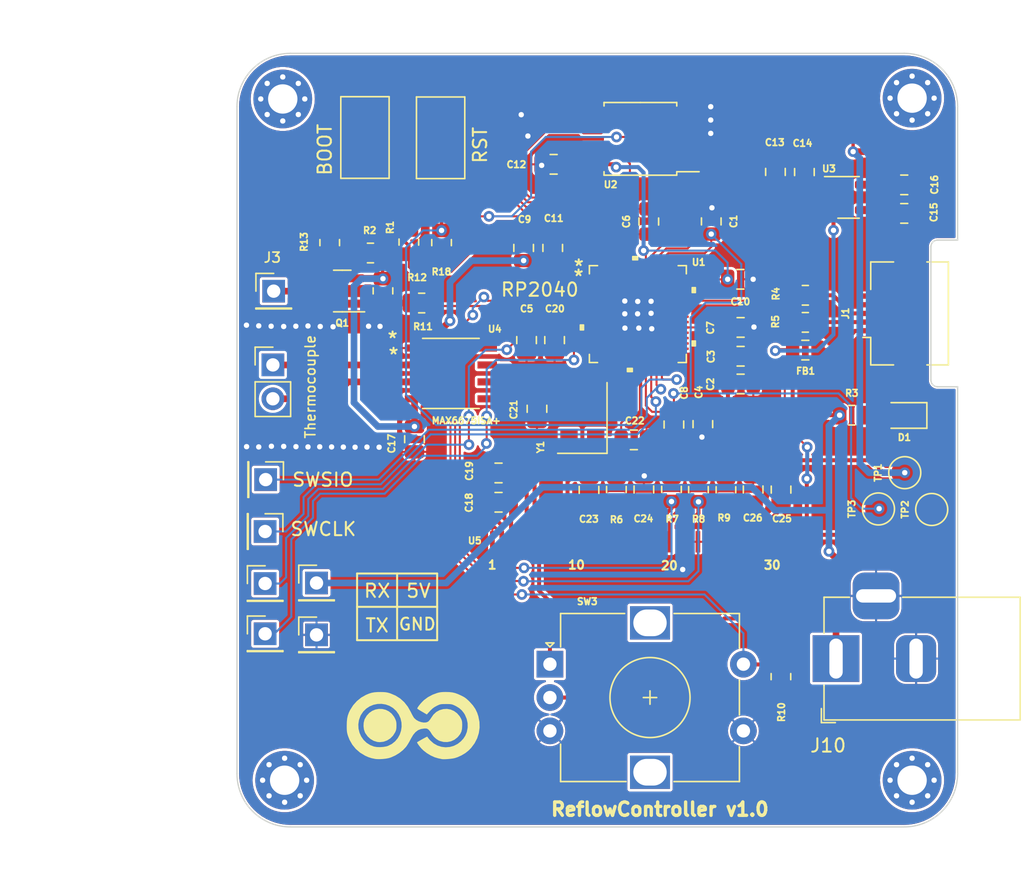
<source format=kicad_pcb>
(kicad_pcb (version 20211014) (generator pcbnew)
  (layers (0 "F.Cu" signal) (31 "B.Cu" signal) (34 "B.Paste" user) (35 "F.Paste" user) (36 "B.SilkS" user "B.Silkscreen") (37 "F.SilkS" user "F.Silkscreen") (38 "B.Mask" user) (39 "F.Mask" user) (44 "Edge.Cuts" user))
  (net 0 "")
  (net 1 "GND")
  (net 2 "1.1V")
  (net 3 "3.3V")
  (net 4 "Net-(C18-Pad1)")
  (net 5 "Net-(C18-Pad2)")
  (net 6 "Net-(C19-Pad1)")
  (net 7 "Net-(C19-Pad2)")
  (net 8 "/RP2040 Sheet/XIN")
  (net 9 "/RP2040 Sheet/XOUT")
  (net 10 "Net-(C24-Pad2)")
  (net 11 "Net-(C25-Pad2)")
  (net 12 "Net-(C26-Pad2)")
  (net 13 "Net-(D1-Pad2)")
  (net 14 "Net-(FB1-Pad1)")
  (net 15 "/USB Sheet/D-")
  (net 16 "/USB Sheet/D+")
  (net 18 "/Thermocouple Sheet/T-")
  (net 19 "/Thermocouple Sheet/T+")
  (net 20 "Net-(BOOT1-Pad2)")
  (net 21 "Net-(Q1-Pad1)")
  (net 22 "Net-(J3-Pad1)")
  (net 23 "/RP2040 Sheet/QSPI_SS")
  (net 24 "USB_D+")
  (net 25 "USB_D-")
  (net 26 "GPIO6")
  (net 27 "GPIO5")
  (net 28 "Net-(R9-Pad1)")
  (net 29 "GPIO3")
  (net 30 "GPIO4")
  (net 31 "/RP2040 Sheet/RUN")
  (net 32 "ADC0")
  (net 33 "GPIO0")
  (net 34 "GPIO1")
  (net 35 "GPIO2")
  (net 36 "GPIO7")
  (net 37 "GPIO8")
  (net 38 "GPIO9")
  (net 39 "GPIO10")
  (net 40 "GPIO11")
  (net 41 "GPIO12")
  (net 42 "GPIO13")
  (net 43 "GPIO14")
  (net 44 "GPIO15")
  (net 45 "/RP2040 Sheet/SWCLK")
  (net 46 "/RP2040 Sheet/SWDIO")
  (net 47 "GPIO16")
  (net 48 "GPIO17")
  (net 49 "GPIO18")
  (net 50 "GPIO19")
  (net 51 "GPIO20")
  (net 52 "GPIO21")
  (net 53 "GPIO22")
  (net 54 "GPIO23")
  (net 55 "GPIO24")
  (net 56 "GPIO25")
  (net 57 "ADC1")
  (net 58 "ADC2")
  (net 59 "ADC3")
  (net 60 "/RP2040 Sheet/QSPI_SD3")
  (net 61 "/RP2040 Sheet/QSPI_SCLK")
  (net 62 "/RP2040 Sheet/QSPI_SD0")
  (net 63 "/RP2040 Sheet/QSPI_SD2")
  (net 64 "/RP2040 Sheet/QSPI_SD1")
  (net 70 "5V")
  (footprint "Capacitor_SMD:C_0805_2012Metric" (layer "F.Cu") (at 145.59 92.25 180)
    (fp_text reference "FB1")
    (fp_text value "FerriteBead")
  )
  (footprint "Capacitor_SMD:C_0805_2012Metric" (layer "F.Cu") (at 137.91 97.8 90)
    (fp_text reference "C4")
    (fp_text value "100nF")
  )
  (footprint "MountingHole:MountingHole_2.2mm_M2_Pad_Via" (layer "F.Cu") (at 153.59 73.36)
    (fp_text reference "H3" hide)
    (fp_text value "HOLE-3")
  )
  (footprint "MountingHole:MountingHole_2.2mm_M2_Pad_Via" (layer "F.Cu") (at 106.57 124.5)
    (fp_text reference "H1" hide)
    (fp_text value "HOLE-1")
  )
  (footprint "Capacitor_SMD:C_0805_2012Metric" (layer "F.Cu") (at 140.74 92.71)
    (fp_text reference "C3")
    (fp_text value "100nF")
  )
  (footprint "Capacitor_SMD:C_0805_2012Metric" (layer "F.Cu") (at 126.8 91.5 90)
    (fp_text reference "C20")
    (fp_text value "100nF")
  )
  (footprint "Connector_PinHeader_2.54mm:PinHeader_1x01_P2.54mm_Vertical" (layer "F.Cu") (at 108.96 109.71)
    (fp_text reference "5V")
    (fp_text value "Conn_01x01_Male")
  )
  (footprint "footprints:RP2040" (layer "F.Cu") (at 133.04 89.55)
    (fp_text reference "U1")
    (fp_text value "RP2040")
  )
  (footprint "Capacitor_SMD:C_0805_2012Metric" (layer "F.Cu") (at 140.72 86.94 180)
    (fp_text reference "C10")
    (fp_text value "100nF")
  )
  (footprint "Capacitor_SMD:C_0805_2012Metric" (layer "F.Cu") (at 143.35 78.89 90)
    (fp_text reference "C13")
    (fp_text value "100nF")
  )
  (footprint "Package_TO_SOT_SMD:SOT-23-5" (layer "F.Cu") (at 148.83 80.8)
    (fp_text reference "U3")
    (fp_text value "TLV70233_SOT23-5")
  )
  (footprint "Resistor_SMD:R_0805_2012Metric" (layer "F.Cu") (at 116.84 88.72 180)
    (fp_text reference "R11")
    (fp_text value "1K")
  )
  (footprint "footprints:1X30-0.7MM" (layer "F.Cu") (at 132.29 106.62)
    (fp_text reference "U5")
    (fp_text value "UG-2864HSWEG01")
  )
  (footprint "Resistor_SMD:R_0805_2012Metric" (layer "F.Cu") (at 131.43 102.7 -90)
    (fp_text reference "R6")
    (fp_text value "4.7K")
  )
  (footprint "Resistor_SMD:R_0805_2012Metric" (layer "F.Cu") (at 109.95 84.19 -90)
    (fp_text reference "R13")
    (fp_text value "10K")
  )
  (footprint "Capacitor_SMD:C_0805_2012Metric" (layer "F.Cu") (at 116.3 98.93 -90)
    (fp_text reference "C17")
    (fp_text value "100nF")
  )
  (footprint "TestPoint:TestPoint_Pad_D2.0mm" (layer "F.Cu") (at 151.07 104.16 90)
    (fp_text reference "TP3")
    (fp_text value "1.1V")
  )
  (footprint "Connector_USB:USB_Micro-B_Amphenol_10104110_Horizontal" (layer "F.Cu") (at 152.15 89.5 90)
    (fp_text reference "J1")
    (fp_text value "USB_B_Micro")
  )
  (footprint "Package_SO:SOIC-8_5.23x5.23mm_P1.27mm" (layer "F.Cu") (at 133.23 76.41 180)
    (fp_text reference "U2")
    (fp_text value "W25Q128JVS")
  )
  (footprint "TestPoint:TestPoint_Pad_D2.0mm" (layer "F.Cu") (at 153.04 101.44 90)
    (fp_text reference "TP1")
    (fp_text value "3.3V")
  )
  (footprint "LED_SMD:LED_0805_2012Metric" (layer "F.Cu") (at 153.0125 97.15 180)
    (fp_text reference "D1")
    (fp_text value "LED")
  )
  (footprint "Button_Switch_SMD:SW_SPST_FSMSM" (layer "F.Cu") (at 118.26 76.33 -90)
    (fp_text reference "RST")
    (fp_text value "SW_Push")
  )
  (footprint "Capacitor_SMD:C_0805_2012Metric" (layer "F.Cu") (at 141.68 102.7 -90)
    (fp_text reference "C26")
    (fp_text value "2.2uF")
  )
  (footprint "Capacitor_SMD:C_0805_2012Metric" (layer "F.Cu") (at 122.6 101.46 180)
    (fp_text reference "C19")
    (fp_text value "1uF")
  )
  (footprint "Resistor_SMD:R_0805_2012Metric" (layer "F.Cu") (at 139.64 102.72 90)
    (fp_text reference "R9")
    (fp_text value "390K")
  )
  (footprint "Resistor_SMD:R_0805_2012Metric" (layer "F.Cu") (at 145.59 88.14 180)
    (fp_text reference "R4")
    (fp_text value "47R")
  )
  (footprint "Connector_BarrelJack:BarrelJack_Horizontal" (layer "F.Cu") (at 147.89 115.38 180)
    (fp_text reference "J10")
    (fp_text value "Barrel_Jack_Switch")
  )
  (footprint "Capacitor_SMD:C_0805_2012Metric" (layer "F.Cu") (at 153 79.86)
    (fp_text reference "C16")
    (fp_text value "100nF")
  )
  (footprint "Connector_PinHeader_2.54mm:PinHeader_1x01_P2.54mm_Vertical" (layer "F.Cu") (at 105.15 101.96 -90)
    (fp_text reference "SWSIO")
    (fp_text value "Conn_01x01_Male")
  )
  (footprint "Crystal:Crystal_SMD_5032-4Pin_5.0x3.2mm" (layer "F.Cu") (at 128.88 97.34 90)
    (fp_text reference "Y1")
    (fp_text value "12Mhz")
  )
  (footprint "Package_TO_SOT_SMD:SOT-23" (layer "F.Cu") (at 110.89 87.82 180)
    (fp_text reference "Q1")
    (fp_text value "MMBT3906")
  )
  (footprint "Capacitor_SMD:C_0805_2012Metric" (layer "F.Cu") (at 145.52 78.9 90)
    (fp_text reference "C14")
    (fp_text value "1uF")
  )
  (footprint "Connector_PinHeader_2.54mm:PinHeader_1x01_P2.54mm_Vertical" (layer "F.Cu") (at 105.11 109.75)
    (fp_text reference "RX")
    (fp_text value "Conn_01x01_Male")
  )
  (footprint "Resistor_SMD:R_0805_2012Metric" (layer "F.Cu") (at 143.76 116.7325 90)
    (fp_text reference "R10")
    (fp_text value "10K")
  )
  (footprint "MountingHole:MountingHole_2.2mm_M2_Pad_Via" (layer "F.Cu") (at 153.59 124.5)
    (fp_text reference "H2" hide)
    (fp_text value "HOLE-2")
  )
  (footprint "MountingHole:MountingHole_2.2mm_M2_Pad_Via" (layer "F.Cu") (at 106.43 73.42)
    (fp_text reference "H3" hide)
    (fp_text value "HOLE-3")
  )
  (footprint "Capacitor_SMD:C_0805_2012Metric" (layer "F.Cu") (at 125.48 96.65 90)
    (fp_text reference "C21")
    (fp_text value "22pF")
  )
  (footprint "Connector_PinHeader_2.54mm:PinHeader_1x01_P2.54mm_Vertical" (layer "F.Cu") (at 105.75 87.83)
    (fp_text reference "J3")
    (fp_text value "Conn_01x01_Male")
  )
  (footprint "Resistor_SMD:R_0805_2012Metric" (layer "F.Cu") (at 113.94 87.8075 90)
    (fp_text reference "R12")
    (fp_text value "10K")
  )
  (footprint "TestPoint:TestPoint_Pad_D2.0mm" (layer "F.Cu") (at 155.06 104.2 90)
    (fp_text reference "TP2")
    (fp_text value "GND")
  )
  (footprint "Capacitor_SMD:C_0805_2012Metric" (layer "F.Cu") (at 132.74 98.98 180)
    (fp_text reference "C22")
    (fp_text value "27pF")
  )
  (footprint "Connector_PinHeader_2.54mm:PinHeader_1x01_P2.54mm_Vertical" (layer "F.Cu") (at 108.96 113.6)
    (fp_text reference "GND")
    (fp_text value "Conn_01x01_Male")
  )
  (footprint "footprints:realsolutions_logo" (layer "F.Cu") (at 116.2 120.4)
    (fp_text reference "G***")
    (fp_text value "LOGO" hide)
  )
  (footprint "Capacitor_SMD:C_0805_2012Metric" (layer "F.Cu") (at 140.74 90.55 180)
    (fp_text reference "C7")
    (fp_text value "100nF")
  )
  (footprint "Capacitor_SMD:C_0805_2012Metric" (layer "F.Cu") (at 135.74 97.83 -90)
    (fp_text reference "C8")
    (fp_text value "100nF")
  )
  (footprint "Capacitor_SMD:C_0805_2012Metric" (layer "F.Cu") (at 133.86 82.61 90)
    (fp_text reference "C6")
    (fp_text value "100nF")
  )
  (footprint "Resistor_SMD:R_0805_2012Metric" (layer "F.Cu") (at 115.88 84.15 -90)
    (fp_text reference "R1")
    (fp_text value "1K")
  )
  (footprint "Capacitor_SMD:C_0805_2012Metric" (layer "F.Cu") (at 143.77 102.71 -90)
    (fp_text reference "C25")
    (fp_text value "2.2uF")
  )
  (footprint "Resistor_SMD:R_0805_2012Metric" (layer "F.Cu") (at 149.07 97.13)
    (fp_text reference "R3")
    (fp_text value "1K")
  )
  (footprint "Capacitor_SMD:C_0805_2012Metric" (layer "F.Cu") (at 129.38 102.73 90)
    (fp_text reference "C23")
    (fp_text value "1uF")
  )
  (footprint "Capacitor_SMD:C_0805_2012Metric" (layer "F.Cu") (at 126.73 78.32)
    (fp_text reference "C12")
    (fp_text value "100nF")
  )
  (footprint "Resistor_SMD:R_0805_2012Metric" (layer "F.Cu") (at 137.58 102.71 -90)
    (fp_text reference "R8")
    (fp_text value "4.7K")
  )
  (footprint "footprints:MAX6675ISA&plus_" (layer "F.Cu") (at 119.03 94)
    (fp_text reference "U4")
    (fp_text value "MAX6675ISA+")
  )
  (footprint "Connector_PinHeader_2.54mm:PinHeader_1x01_P2.54mm_Vertical" (layer "F.Cu") (at 105.11 105.85 -90)
    (fp_text reference "SWCLK")
    (fp_text value "Conn_01x01_Male")
  )
  (footprint "Connector_PinHeader_2.54mm:PinHeader_1x01_P2.54mm_Vertical" (layer "F.Cu") (at 105.11 113.52)
    (fp_text reference "TX")
    (fp_text value "Conn_01x01_Male")
  )
  (footprint "Connector_PinHeader_2.54mm:PinHeader_1x02_P2.54mm_Vertical" (layer "F.Cu") (at 105.69 93.36)
    (fp_text reference "Thermocouple")
    (fp_text value "Conn_01x02_Male")
  )
  (footprint "Capacitor_SMD:C_0805_2012Metric" (layer "F.Cu") (at 140.74 94.79 180)
    (fp_text reference "C2")
    (fp_text value "100nF")
  )
  (footprint "Capacitor_SMD:C_0805_2012Metric" (layer "F.Cu") (at 153 82)
    (fp_text reference "C15")
    (fp_text value "1uF")
  )
  (footprint "Resistor_SMD:R_0805_2012Metric" (layer "F.Cu") (at 145.59 90.17 180)
    (fp_text reference "R5")
    (fp_text value "47R")
  )
  (footprint "Capacitor_SMD:C_0805_2012Metric" (layer "F.Cu") (at 138.54 82.6 -90)
    (fp_text reference "C1")
    (fp_text value "100nF")
  )
  (footprint "Capacitor_SMD:C_0805_2012Metric" (layer "F.Cu") (at 124.7 91.5 -90)
    (fp_text reference "C5")
    (fp_text value "100nF")
  )
  (footprint "Capacitor_SMD:C_0805_2012Metric" (layer "F.Cu") (at 133.49 102.7 -90)
    (fp_text reference "C24")
    (fp_text value "100nF")
  )
  (footprint "Capacitor_SMD:C_0805_2012Metric" (layer "F.Cu") (at 124.48 84.59 -90)
    (fp_text reference "C9")
    (fp_text value "100nF")
  )
  (footprint "Rotary_Encoder:RotaryEncoder_Alps_EC12E-Switch_Vertical_H20mm" (layer "F.Cu") (at 126.45 115.8)
    (fp_text reference "SW3")
    (fp_text value "RotaryEncoder_Switch")
  )
  (footprint "Resistor_SMD:R_0805_2012Metric" (layer "F.Cu") (at 118.33 84.19 -90)
    (fp_text reference "R18")
    (fp_text value "1K")
  )
  (footprint "Resistor_SMD:R_0805_2012Metric" (layer "F.Cu") (at 135.56 102.69 -90)
    (fp_text reference "R7")
    (fp_text value "4.7K")
  )
  (footprint "Resistor_SMD:R_0805_2012Metric" (layer "F.Cu") (at 113.0025 84.97)
    (fp_text reference "R2")
    (fp_text value "DNF")
  )
  (footprint "Button_Switch_SMD:SW_SPST_FSMSM" (layer "F.Cu") (at 112.59 76.31 -90)
    (fp_text reference "BOOT")
    (fp_text value "SW_Push")
  )
  (footprint "Capacitor_SMD:C_0805_2012Metric" (layer "F.Cu") (at 126.66 84.59 -90)
    (fp_text reference "C11")
    (fp_text value "100nF")
  )
  (footprint "Capacitor_SMD:C_0805_2012Metric" (layer "F.Cu") (at 122.6 103.66 180)
    (fp_text reference "C18")
    (fp_text value "1uF")
  )
  (gr_line (start 118 109) (end 118 114) (layer "F.SilkS") (width 0.15))
  (gr_line (start 118 114) (end 112 114) (layer "F.SilkS") (width 0.15))
  (gr_line (start 112 111.5) (end 118 111.5) (layer "F.SilkS") (width 0.15))
  (gr_line (start 115 109) (end 115 114) (layer "F.SilkS") (width 0.15))
  (gr_line (start 112 114) (end 112 109) (layer "F.SilkS") (width 0.15))
  (gr_line (start 112 109) (end 118 109) (layer "F.SilkS") (width 0.15))
  (gr_arc (start 153 70) (mid 155.828427 71.171573) (end 157 74) (layer "Edge.Cuts") (width 0.1))
  (gr_line (start 107 128) (end 153 128) (layer "Edge.Cuts") (width 0.1))
  (gr_arc (start 155.5 95) (mid 155.146447 94.853553) (end 155 94.5) (layer "Edge.Cuts") (width 0.1))
  (gr_arc (start 103 74) (mid 104.171573 71.171573) (end 107 70) (layer "Edge.Cuts") (width 0.1))
  (gr_arc (start 107 128) (mid 104.171573 126.828427) (end 103 124) (layer "Edge.Cuts") (width 0.1))
  (gr_line (start 157 84) (end 155.5 84) (layer "Edge.Cuts") (width 0.1))
  (gr_line (start 155 84.5) (end 155 94.5) (layer "Edge.Cuts") (width 0.1))
  (gr_line (start 157 124) (end 157 95) (layer "Edge.Cuts") (width 0.1))
  (gr_line (start 153 70) (end 107 70) (layer "Edge.Cuts") (width 0.1))
  (gr_line (start 157 84) (end 157 74) (layer "Edge.Cuts") (width 0.1))
  (gr_arc (start 157 124) (mid 155.828427 126.828427) (end 153 128) (layer "Edge.Cuts") (width 0.1))
  (gr_line (start 103 74) (end 103 124) (layer "Edge.Cuts") (width 0.1))
  (gr_arc (start 155 84.5) (mid 155.146447 84.146447) (end 155.5 84) (layer "Edge.Cuts") (width 0.1))
  (gr_line (start 155.5 95) (end 157 95) (layer "Edge.Cuts") (width 0.1))
  (gr_text "ReflowController v1.0" (at 134.69 126.68) (layer "F.SilkS") (effects (font (size 1 1) (thickness 0.25))))
  (segment (start 137.995 74.505) (end 138.5 74) (width 0.25) (layer "F.Cu") (net 1))
  (segment (start 136.83 74.505) (end 137.995 74.505) (width 0.25) (layer "F.Cu") (net 1))
  (via (at 113.65 99.53) (size 0.8) (drill 0.4) (layers "F.Cu" "B.Cu") (net 1))
  (via (at 134.08 90.65) (size 0.8) (drill 0.4) (layers "F.Cu" "B.Cu") (net 1))
  (via (at 110.09 99.51) (size 0.8) (drill 0.4) (layers "F.Cu" "B.Cu") (net 1))
  (via (at 105.58 99.46) (size 0.8) (drill 0.4) (layers "F.Cu" "B.Cu") (net 1))
  (via (at 107.41 90.46) (size 0.8) (drill 0.4) (layers "F.Cu" "B.Cu") (net 1))
  (via (at 133.52 101.6805) (size 0.8) (drill 0.4) (layers "F.Cu" "B.Cu") (net 1))
  (via (at 124.8 76.2) (size 0.8) (drill 0.4) (layers "F.Cu" "B.Cu") (net 1))
  (via (at 132.07 90.6) (size 0.8) (drill 0.4) (layers "F.Cu" "B.Cu") (net 1))
  (via (at 110.97 99.52) (size 0.8) (drill 0.4) (layers "F.Cu" "B.Cu") (net 1))
  (via (at 133.03 88.6) (size 0.8) (drill 0.4) (layers "F.Cu" "B.Cu") (net 1))
  (via (at 134.03 89.49) (size 0.8) (drill 0.4) (layers "F.Cu" "B.Cu") (net 1))
  (via (at 132.06 89.53) (size 0.8) (drill 0.4) (layers "F.Cu" "B.Cu") (net 1))
  (via (at 134.03 88.59) (size 0.8) (drill 0.4) (layers "F.Cu" "B.Cu") (net 1))
  (via (at 107.42 99.49) (size 0.8) (drill 0.4) (layers "F.Cu" "B.Cu") (net 1))
  (via (at 137.84 98.77) (size 0.8) (drill 0.4) (layers "F.Cu" "B.Cu") (net 1))
  (via (at 141.74 90.52) (size 0.8) (drill 0.4) (layers "F.Cu" "B.Cu") (net 1))
  (via (at 138.5 75) (size 0.8) (drill 0.4) (layers "F.Cu" "B.Cu") (net 1))
  (via (at 103.72 99.49) (size 0.8) (drill 0.4) (layers "F.Cu" "B.Cu") (net 1))
  (via (at 125.83 78.4) (size 0.8) (drill 0.4) (layers "F.Cu" "B.Cu") (net 1))
  (via (at 124.3 74.6) (size 0.8) (drill 0.4) (layers "F.Cu" "B.Cu") (net 1))
  (via (at 136.4 108.7) (size 0.8) (drill 0.4) (layers "F.Cu" "B.Cu") (net 1))
  (via (at 141.68 86.94) (size 0.8) (drill 0.4) (layers "F.Cu" "B.Cu") (net 1))
  (via (at 109.2 99.5) (size 0.8) (drill 0.4) (layers "F.Cu" "B.Cu") (net 1))
  (via (at 106.5 99.47) (size 0.8) (drill 0.4) (layers "F.Cu" "B.Cu") (net 1))
  (via (at 133.11 90.6) (size 0.8) (drill 0.4) (layers "F.Cu" "B.Cu") (net 1))
  (via (at 105.56 90.46) (size 0.8) (drill 0.4) (layers "F.Cu" "B.Cu") (net 1))
  (via (at 138.5 74) (size 0.8) (drill 0.4) (layers "F.Cu" "B.Cu") (net 1))
  (via (at 110.2 90.5) (size 0.8) (drill 0.4) (layers "F.Cu" "B.Cu") (net 1))
  (via (at 113.72 90.47) (size 0.8) (drill 0.4) (layers "F.Cu" "B.Cu") (net 1))
  (via (at 108.32 99.51) (size 0.8) (drill 0.4) (layers "F.Cu" "B.Cu") (net 1))
  (via (at 103.71 90.38) (size 0.8) (drill 0.4) (layers "F.Cu" "B.Cu") (net 1))
  (via (at 106.5 90.48) (size 0.8) (drill 0.4) (layers "F.Cu" "B.Cu") (net 1))
  (via (at 133.02 89.53) (size 0.8) (drill 0.4) (layers "F.Cu" "B.Cu") (net 1))
  (via (at 109.24 90.48) (size 0.8) (drill 0.4) (layers "F.Cu" "B.Cu") (net 1))
  (via (at 138.59 81.58) (size 0.8) (drill 0.4) (layers "F.Cu" "B.Cu") (net 1))
  (via (at 132.06 88.57) (size 0.8) (drill 0.4) (layers "F.Cu" "B.Cu") (net 1))
  (via (at 138.5 76) (size 0.8) (drill 0.4) (layers "F.Cu" "B.Cu") (net 1))
  (via (at 104.63 99.51) (size 0.8) (drill 0.4) (layers "F.Cu" "B.Cu") (net 1))
  (via (at 108.32 90.44) (size 0.8) (drill 0.4) (layers "F.Cu" "B.Cu") (net 1))
  (via (at 104.63 90.43) (size 0.8) (drill 0.4) (layers "F.Cu" "B.Cu") (net 1))
  (via (at 111.85 99.53) (size 0.8) (drill 0.4) (layers "F.Cu" "B.Cu") (net 1))
  (via (at 112.86 90.46) (size 0.8) (drill 0.4) (layers "F.Cu" "B.Cu") (net 1))
  (via (at 112.74 99.52) (size 0.8) (drill 0.4) (layers "F.Cu" "B.Cu") (net 1))
  (segment (start 132.84 86.85) (end 132.84 85.115661) (width 0.1524) (layer "F.Cu") (net 2))
  (segment (start 135.32 84.98) (end 134.84 85.46) (width 0.1524) (layer "F.Cu") (net 2))
  (segment (start 138.07 84.98) (end 135.32 84.98) (width 0.1524) (layer "F.Cu") (net 2))
  (segment (start 138.54 83.55) (end 138.54 84.51) (width 0.1524) (layer "F.Cu") (net 2))
  (segment (start 133.639999 92.9636) (end 133.639999 96.409999) (width 0.1524) (layer "F.Cu") (net 2))
  (segment (start 133.01 83.56) (end 133.86 83.56) (width 0.1524) (layer "F.Cu") (net 2))
  (segment (start 138.54 84.51) (end 138.07 84.98) (width 0.1524) (layer "F.Cu") (net 2))
  (segment (start 135.74 95.53) (end 135.71 95.5) (width 0.1524) (layer "F.Cu") (net 2))
  (segment (start 135.74 96.88) (end 135.74 95.53) (width 0.1524) (layer "F.Cu") (net 2))
  (segment (start 133.639999 96.409999) (end 134.11 96.88) (width 0.1524) (layer "F.Cu") (net 2))
  (segment (start 134.59192 87.07808) (end 133.06808 87.07808) (width 0.1524) (layer "F.Cu") (net 2))
  (segment (start 132.794094 83.775906) (end 133.01 83.56) (width 0.1524) (layer "F.Cu") (net 2))
  (segment (start 132.84 85.115661) (end 132.794094 85.069755) (width 0.1524) (layer "F.Cu") (net 2))
  (segment (start 134.84 86.83) (end 134.59192 87.07808) (width 0.1524) (layer "F.Cu") (net 2))
  (segment (start 134.84 85.46) (end 134.84 86.83) (width 0.1524) (layer "F.Cu") (net 2))
  (segment (start 134.11 96.88) (end 135.74 96.88) (width 0.1524) (layer "F.Cu") (net 2))
  (segment (start 133.06808 87.07808) (end 132.84 86.85) (width 0.1524) (layer "F.Cu") (net 2))
  (segment (start 132.794094 85.069755) (end 132.794094 83.775906) (width 0.1524) (layer "F.Cu") (net 2))
  (via (at 151.12 104.14) (size 0.8) (drill 0.4) (layers "F.Cu" "B.Cu") (net 2))
  (via (at 135.71 95.5) (size 0.8) (drill 0.4) (layers "F.Cu" "B.Cu") (net 2))
  (via (at 138.54 83.55) (size 0.8) (drill 0.4) (layers "F.Cu" "B.Cu") (net 2))
  (segment (start 140.79 88.36) (end 140.79 85.8) (width 0.1524) (layer "B.Cu") (net 2))
  (segment (start 148.08 95.5) (end 137 95.5) (width 0.1524) (layer "B.Cu") (net 2))
  (segment (start 137 95.5) (end 137 89.81) (width 0.1524) (layer "B.Cu") (net 2))
  (segment (start 138.11 88.7) (end 140.45 88.7) (width 0.1524) (layer "B.Cu") (net 2))
  (segment (start 140.79 85.8) (end 138.54 83.55) (width 0.1524) (layer "B.Cu") (net 2))
  (segment (start 140.45 88.7) (end 140.79 88.36) (width 0.1524) (layer "B.Cu") (net 2))
  (segment (start 149.02 103.34) (end 149.02 96.44) (width 0.1524) (layer "B.Cu") (net 2))
  (segment (start 149.02 96.44) (end 148.08 95.5) (width 0.1524) (layer "B.Cu") (net 2))
  (segment (start 149.82 104.14) (end 149.02 103.34) (width 0.1524) (layer "B.Cu") (net 2))
  (segment (start 151.12 104.14) (end 149.82 104.14) (width 0.1524) (layer "B.Cu") (net 2))
  (segment (start 135.71 95.5) (end 137 95.5) (width 0.1524) (layer "B.Cu") (net 2))
  (segment (start 137 89.81) (end 138.11 88.7) (width 0.1524) (layer "B.Cu") (net 2))
  (segment (start 127.68 78.32) (end 129.625 78.32) (width 0.3) (layer "F.Cu") (net 3))
  (segment (start 131.43 101.7875) (end 131.43 100.58) (width 0.3) (layer "F.Cu") (net 3))
  (segment (start 127.77 105.23) (end 127.77 102.12) (width 0.3) (layer "F.Cu") (net 3))
  (segment (start 125.64 105.61) (end 126.02 105.23) (width 0.3) (layer "F.Cu") (net 3))
  (segment (start 144.925 117.645) (end 145.22 117.35) (width 0.3) (layer "F.Cu") (net 3))
  (segment (start 130.905 87.525) (end 131 87.43) (width 0.1524) (layer "F.Cu") (net 3))
  (segment (start 135.64 87.23) (end 135.22 87.65) (width 0.1524) (layer "F.Cu") (net 3))
  (segment (start 133.225 92.005) (end 133.225 92.9486) (width 0.1524) (layer "F.Cu") (net 3))
  (segment (start 130.444999 90.545001) (end 130.79 90.2) (width 0.1524) (layer "F.Cu") (net 3))
  (segment (start 135.225001 86.1414) (end 135.625 86.1414) (width 0.1524) (layer "F.Cu") (net 3))
  (segment (start 125.64 106.62) (end 125.64 110.3) (width 0.3) (layer "F.Cu") (net 3))
  (segment (start 126.66 85.54) (end 126.66 86.5) (width 0.1524) (layer "F.Cu") (net 3))
  (segment (start 118.26 95.55) (end 118.26 94.23) (width 0.5) (layer "F.Cu") (net 3))
  (segment (start 135.625 86.1414) (end 135.64 86.1564) (width 0.1524) (layer "F.Cu") (net 3))
  (segment (start 131.5 100.51) (end 129.66 100.51) (width 0.3) (layer "F.Cu") (net 3))
  (segment (start 145.22 110.326427) (end 146.19952 109.346907) (width 0.3) (layer "F.Cu") (net 3))
  (segment (start 149.17 77.37) (end 151.37 77.37) (width 0.5) (layer "F.Cu") (net 3))
  (segment (start 137.58 101.7975) (end 137.58 100.57) (width 0.3) (layer "F.Cu") (net 3))
  (segment (start 120.09928 82.694017) (end 120.09928 84.55072) (width 0.25) (layer "F.Cu") (net 3))
  (segment (start 129.63 78.315) (end 131.195 78.315) (width 0.3) (layer "F.Cu") (net 3))
  (segment (start 139.79 96.1) (end 139.79 97.29) (width 0.3) (layer "F.Cu") (net 3))
  (segment (start 113.915 84.97) (end 113.915 86.87) (width 0.25) (layer "F.Cu") (net 3))
  (segment (start 130.33 86.95) (end 130.905 87.525) (width 0.1524) (layer "F.Cu") (net 3))
  (segment (start 129.66 100.51) (end 129.38 100.79) (width 0.3) (layer "F.Cu") (net 3))
  (segment (start 135.56 100.59) (end 135.48 100.51) (width 0.3) (layer "F.Cu") (net 3))
  (segment (start 113.915 86.87) (end 113.94 86.895) (width 0.25) (layer "F.Cu") (net 3))
  (segment (start 136.4286 86.95) (end 139.76 86.95) (width 0.1524) (layer "F.Cu") (net 3))
  (segment (start 129.14 105.49) (end 129.14 106.62) (width 0.3) (layer "F.Cu") (net 3))
  (segment (start 135.46 90.57) (end 135.479999 90.550001) (width 0.1524) (layer "F.Cu") (net 3))
  (segment (start 116.30585 97.97415) (end 116.3 97.98) (width 0.5) (layer "F.Cu") (net 3))
  (segment (start 131 87.43) (end 135 87.43) (width 0.1524) (layer "F.Cu") (net 3))
  (segment (start 127.11 86.95) (end 130.33 86.95) (width 0.1524) (layer "F.Cu") (net 3))
  (segment (start 152.04 79.85) (end 152.05 79.86) (width 0.5) (layer "F.Cu") (net 3))
  (segment (start 146.19952 109.346907) (end 146.199519 108.933091) (width 0.3) (layer "F.Cu") (net 3))
  (segment (start 128.88 105.23) (end 129.14 105.49) (width 0.3) (layer "F.Cu") (net 3))
  (segment (start 131.195 78.315) (end 131.41 78.53) (width 0.3) (layer "F.Cu") (net 3))
  (segment (start 118.26 90.76) (end 118.96 90.06) (width 0.5) (layer "F.Cu") (net 3))
  (segment (start 130.79 90.2) (end 130.79 87.64) (width 0.1524) (layer "F.Cu") (net 3))
  (segment (start 124.7 90.55) (end 126.8 90.55) (width 0.1524) (layer "F.Cu") (net 3))
  (segment (start 111.8275 86.87) (end 113.915 86.87) (width 0.5) (layer "F.Cu") (net 3))
  (segment (start 120.09928 84.55072) (end 119.5475 85.1025) (width 0.25) (layer "F.Cu") (net 3))
  (segment (start 139.79 94.79) (end 139.79 92.71) (width 0.3) (layer "F.Cu") (net 3))
  (segment (start 133.42 91.81) (end 133.225 92.005) (width 0.1524) (layer "F.Cu") (net 3))
  (segment (start 137.58 100.57) (end 137.52 100.51) (width 0.3) (layer "F.Cu") (net 3))
  (segment (start 139.47 96.85) (end 139.79 96.53) (width 0.3) (layer "F.Cu") (net 3))
  (segment (start 137.52 100.51) (end 135.48 100.51) (width 0.3) (layer "F.Cu") (net 3))
  (segment (start 126.804999 90.545001) (end 126.8 90.55) (width 0.1524) (layer "F.Cu") (net 3))
  (segment (start 127.74 105.26) (end 127.77 105.23) (width 0.3) (layer "F.Cu") (net 3))
  (segment (start 152.05 78.05) (end 152.05 79.86) (width 0.5) (layer "F.Cu") (net 3))
  (segment (start 139.79 97.17) (end 139.79 97.29) (width 0.3) (layer "F.Cu") (net 3))
  (segment (start 135.46 87.89) (end 135.46 90.57) (width 0.1524) (layer "F.Cu") (net 3))
  (segment (start 146.59 72.51) (end 123.84 72.51) (width 0.25) (layer "F.Cu") (net 3))
  (segment (start 137.91 96.85) (end 139.47 96.85) (width 0.3) (layer "F.Cu") (net 3))
  (segment (start 125.64 110.3) (end 126.45 111.11) (width 0.3) (layer "F.Cu") (net 3))
  (segment (start 125.64 106.62) (end 125.64 105.61) (width 0.3) (layer "F.Cu") (net 3))
  (segment (start 139.79 96.1) (end 139.79 94.79) (width 0.3) (layer "F.Cu") (net 3))
  (segment (start 153.04 105.26) (end 153.04 101.44) (width 0.3) (layer "F.Cu") (net 3))
  (segment (start 116.30585 95.905) (end 117.905 95.905) (width 0.5) (layer "F.Cu") (net 3))
  (segment (start 135.46 90.57) (end 135.46 91.42) (width 0.1524) (layer "F.Cu") (net 3))
  (segment (start 127.77 105.23) (end 128.88 105.23) (width 0.3) (layer "F.Cu") (net 3))
  (segment (start 122.52 80.273296) (end 120.09928 82.694017) (width 0.25) (layer "F.Cu") (net 3))
  (segment (start 145.22 117.35) (end 145.22 110.326427) (width 0.3) (layer "F.Cu") (net 3))
  (segment (start 150.49 100.51) (end 139.83 100.51) (width 0.3) (layer "F.Cu") (net 3))
  (segment (start 139.79 100.47) (end 139.83 100.51) (width 0.3) (layer "F.Cu") (net 3))
  (segment (start 143.76 117.645) (end 144.925 117.645) (width 0.3) (layer "F.Cu") (net 3))
  (segment (start 149.17 77.37) (end 149.17 75.09) (width 0.25) (layer "F.Cu") (net 3))
  (segment (start 128.11 101.78) (end 129.38 101.78) (width 0.3) (layer "F.Cu") (net 3))
  (segment (start 135.56 101.7775) (end 135.56 100.59) (width 0.3) (layer "F.Cu") (net 3))
  (segment (start 151.37 77.37) (end 152.05 78.05) (width 0.5) (layer "F.Cu") (net 3))
  (segment (start 139.76 86.95) (end 139.77 86.94) (width 0.1524) (layer "F.Cu") (net 3))
  (segment (start 129.6214 90.545001) (end 130.444999 90.545001) (width 0.1524) (layer "F.Cu") (net 3))
  (segment (start 133.639999 84.960059) (end 133.639999 86.1414) (width 0.1524) (layer "F.Cu") (net 3))
  (segment (start 136.4286 86.4186) (end 136.4286 86.95) (width 0.1524) (layer "F.Cu") (net 3))
  (segment (start 136.1514 86.1414) (end 136.4286 86.4186) (width 0.1524) (layer "F.Cu") (net 3))
  (segment (start 152.2 106.1) (end 153.04 105.26) (width 0.3) (layer "F.Cu") (net 3))
  (segment (start 117.905 95.905) (end 118 95.81) (width 0.5) (layer "F.Cu") (net 3))
  (segment (start 119.5475 85.1025) (end 118.33 85.1025) (width 0.25) (layer "F.Cu") (net 3))
  (segment (start 149.17 75.09) (end 146.59 72.51) (width 0.25) (layer "F.Cu") (net 3))
  (segment (start 124.48 85.54) (end 126.66 85.54) (width 0.5) (layer "F.Cu") (net 3))
  (segment (start 139.47 96.85) (end 139.79 97.17) (width 0.3) (layer "F.Cu") (net 3))
  (segment (start 126.02 105.23) (end 127.77 105.23) (width 0.3) (layer "F.Cu") (net 3))
  (segment (start 129.6214 90.545001) (end 126.804999 90.545001) (width 0.1524) (layer "F.Cu") (net 3))
  (segment (start 151.42 101.44) (end 150.49 100.51) (width 0.3) (layer "F.Cu") (net 3))
  (segment (start 135.07 91.81) (end 133.42 91.81) (width 0.1524) (layer "F.Cu") (net 3))
  (segment (start 133.469805 84.789865) (end 133.639999 84.960059) (width 0.1524) (layer "F.Cu") (net 3))
  (segment (start 130.79 87.64) (end 130.905 87.525) (width 0.1524) (layer "F.Cu") (net 3))
  (segment (start 146.54 106.1) (end 152.2 106.1) (width 0.3) (layer "F.Cu") (net 3))
  (segment (start 135.64 86.1564) (end 135.64 87.23) (width 0.1524) (layer "F.Cu") (net 3))
  (segment (start 146.199519 108.933091) (end 146.199519 106.440481) (width 0.3) (layer "F.Cu") (net 3))
  (segment (start 127.74 106.62) (end 127.74 105.26) (width 0.3) (layer "F.Cu") (net 3))
  (segment (start 139.79 97.29) (end 139.79 100.47) (width 0.3) (layer "F.Cu") (net 3))
  (segment (start 135.48 100.51) (end 131.5 100.51) (width 0.3) (layer "F.Cu") (net 3))
  (segment (start 122.52 73.83) (end 122.52 80.273296) (width 0.25) (layer "F.Cu") (net 3))
  (segment (start 127.77 102.12) (end 128.11 101.78) (width 0.3) (layer "F.Cu") (net 3))
  (segment (start 123.84 72.51) (end 122.52 73.83) (width 0.25) (layer "F.Cu") (net 3))
  (segment (start 135 87.43) (end 135.22 87.65) (width 0.1524) (layer "F.Cu") (net 3))
  (segment (start 126.66 86.5) (end 127.11 86.95) (width 0.1524) (layer "F.Cu") (net 3))
  (segment (start 126.45 111.11) (end 126.45 115.8) (width 0.3) (layer "F.Cu") (net 3))
  (segment (start 135.46 91.42) (end 135.07 91.81) (width 0.1524) (layer "F.Cu") (net 3))
  (segment (start 139.79 92.71) (end 139.79 90.55) (width 0.3) (layer "F.Cu") (net 3))
  (segment (start 133.639999 86.1414) (end 133.225 86.1414) (width 0.1524) (layer "F.Cu") (net 3))
  (segment (start 131.43 100.58) (end 131.5 100.51) (width 0.3) (layer "F.Cu") (net 3))
  (segment (start 139.79 96.53) (end 139.79 96.1) (width 0.3) (layer "F.Cu") (net 3))
  (segment (start 153.04 101.44) (end 151.42 101.44) (width 0.3) (layer "F.Cu") (net 3))
  (segment (start 129.38 100.79) (end 129.38 101.78) (width 0.3) (layer "F.Cu") (net 3))
  (segment (start 139.83 100.51) (end 137.52 100.51) (width 0.3) (layer "F.Cu") (net 3))
  (segment (start 135.22 87.65) (end 135.46 87.89) (width 0.1524) (layer "F.Cu") (net 3))
  (segment (start 118 95.81) (end 118.26 95.55) (width 0.5) (layer "F.Cu") (net 3))
  (segment (start 135.625 86.1414) (end 136.1514 86.1414) (width 0.1524) (layer "F.Cu") (net 3))
  (segment (start 135.479999 90.550001) (end 139.79 90.55) (width 0.1524) (layer "F.Cu") (net 3))
  (segment (start 118.26 94.23) (end 118.26 90.76) (width 0.5) (layer "F.Cu") (net 3))
  (segment (start 152.05 79.86) (end 152.05 82) (width 0.5) (layer "F.Cu") (net 3))
  (segment (start 149.9675 79.85) (end 152.04 79.85) (width 0.5) (layer "F.Cu") (net 3))
  (segment (start 116.30585 95.905) (end 116.30585 97.97415) (width 0.5) (layer "F.Cu") (net 3))
  (segment (start 146.199519 106.440481) (end 146.54 106.1) (width 0.3) (layer "F.Cu") (net 3))
  (via (at 118.96 90.06) (size 0.8) (drill 0.4) (layers "F.Cu" "B.Cu") (net 3))
  (via (at 133.469805 84.789865) (size 0.8) (drill 0.4) (layers "F.Cu" "B.Cu") (net 3))
  (via (at 113.94 86.895) (size 0.8) (drill 0.4) (layers "F.Cu" "B.Cu") (net 3))
  (via (at 131.41 78.53) (size 0.8) (drill 0.4) (layers "F.Cu" "B.Cu") (net 3))
  (via (at 116.3 97.98) (size 0.8) (drill 0.4) (layers "F.Cu" "B.Cu") (net 3))
  (via (at 149.17 77.37) (size 0.8) (drill 0.4) (layers "F.Cu" "B.Cu") (net 3))
  (via (at 124.48 85.54) (size 0.8) (drill 0.4) (layers "F.Cu" "B.Cu") (net 3))
  (via (at 139.77 86.94) (size 0.8) (drill 0.4) (layers "F.Cu" "B.Cu") (net 3))
  (via (at 153.04 101.44) (size 0.8) (drill 0.4) (layers "F.Cu" "B.Cu") (net 3))
  (segment (start 131.41 78.53) (end 133.06 78.53) (width 0.3) (layer "B.Cu") (net 3))
  (segment (start 133.469805 78.939805) (end 133.469805 84.789865) (width 0.3) (layer "B.Cu") (net 3))
  (segment (start 118.96 90.06) (end 118.96 87.16) (width 0.5) (layer "B.Cu") (net 3))
  (segment (start 133.06 78.53) (end 133.469805 78.939805) (width 0.3) (layer "B.Cu") (net 3))
  (segment (start 149.17 77.37) (end 149.67 77.87) (width 0.5) (layer "B.Cu") (net 3))
  (segment (start 113.56 97.98) (end 116.3 97.98) (width 0.5) (layer "B.Cu") (net 3))
  (segment (start 113.94 86.895) (end 112.325 86.895) (width 0.5) (layer "B.Cu") (net 3))
  (segment (start 149.67 77.87) (end 149.67 100.75) (width 0.5) (layer "B.Cu") (net 3))
  (segment (start 138.859865 84.789865) (end 139.77 85.7) (width 0.1524) (layer "B.Cu") (net 3))
  (segment (start 149.67 100.75) (end 150.36 101.44) (width 0.5) (layer "B.Cu") (net 3))
  (segment (start 150.36 101.44) (end 153.04 101.44) (width 0.5) (layer "B.Cu") (net 3))
  (segment (start 118.96 87.16) (end 120.58 85.54) (width 0.5) (layer "B.Cu") (net 3))
  (segment (start 112.325 86.895) (end 111.77 87.45) (width 0.5) (layer "B.Cu") (net 3))
  (segment (start 120.58 85.54) (end 124.48 85.54) (width 0.5) (layer "B.Cu") (net 3))
  (segment (start 139.77 85.7) (end 139.77 86.94) (width 0.1524) (layer "B.Cu") (net 3))
  (segment (start 111.77 87.45) (end 111.77 96.19) (width 0.5) (layer "B.Cu") (net 3))
  (segment (start 133.469805 84.789865) (end 138.859865 84.789865) (width 0.1524) (layer "B.Cu") (net 3))
  (segment (start 111.77 96.19) (end 113.56 97.98) (width 0.5) (layer "B.Cu") (net 3))
  (segment (start 123.54 106.62) (end 123.54 103.67) (width 0.3) (layer "F.Cu") (net 4))
  (segment (start 123.54 103.67) (end 123.55 103.66) (width 0.3) (layer "F.Cu") (net 4))
  (segment (start 122.52 105.07) (end 122.08 105.07) (width 0.3) (layer "F.Cu") (net 5))
  (segment (start 122.84 105.39) (end 122.52 105.07) (width 0.3) (layer "F.Cu") (net 5))
  (segment (start 121.65 104.64) (end 121.65 103.66) (width 0.3) (layer "F.Cu") (net 5))
  (segment (start 122.08 105.07) (end 121.65 104.64) (width 0.3) (layer "F.Cu") (net 5))
  (segment (start 122.84 106.62) (end 122.84 105.39) (width 0.3) (layer "F.Cu") (net 5))
  (segment (start 124.71 101.79) (end 124.38 101.46) (width 0.3) (layer "F.Cu") (net 6))
  (segment (start 124.38 101.46) (end 123.55 101.46) (width 0.3) (layer "F.Cu") (net 6))
  (segment (start 124.71 104.69) (end 124.71 101.79) (width 0.3) (layer "F.Cu") (net 6))
  (segment (start 124.24 105.16) (end 124.71 104.69) (width 0.3) (layer "F.Cu") (net 6))
  (segment (start 124.24 106.62) (end 124.24 105.16) (width 0.3) (layer "F.Cu") (net 6))
  (segment (start 124.94 105.43) (end 124.94 106.62) (width 0.3) (layer "F.Cu") (net 7))
  (segment (start 125.3 101.08) (end 125.3 105.07) (width 0.3) (layer "F.Cu") (net 7))
  (segment (start 121.65 101.46) (end 121.65 100.45) (width 0.3) (layer "F.Cu") (net 7))
  (segment (start 121.65 100.45) (end 121.93 100.17) (width 0.3) (layer "F.Cu") (net 7))
  (segment (start 125.3 105.07) (end 124.94 105.43) (width 0.3) (layer "F.Cu") (net 7))
  (segment (start 124.39 100.17) (end 125.3 101.08) (width 0.3) (layer "F.Cu") (net 7))
  (segment (start 121.93 100.17) (end 124.39 100.17) (width 0.3) (layer "F.Cu") (net 7))
  (segment (start 127.88 96.88) (end 127.88 95.69) (width 0.1524) (layer "F.Cu") (net 8))
  (segment (start 127.88 95.69) (end 125.49 95.69) (width 0.1524) (layer "F.Cu") (net 8))
  (segment (start 131.5 97.3) (end 128.3 97.3) (width 0.1524) (layer "F.Cu") (net 8))
  (segment (start 132.440001 96.359999) (end 131.5 97.3) (width 0.1524) (layer "F.Cu") (net 8))
  (segment (start 132.440001 92.9636) (end 132.440001 96.359999) (width 0.1524) (layer "F.Cu") (net 8))
  (segment (start 128.3 97.3) (end 127.88 96.88) (width 0.1524) (layer "F.Cu") (net 8))
  (segment (start 125.49 95.69) (end 125.48 95.7) (width 0.1524) (layer "F.Cu") (net 8))
  (segment (start 132.84 92.9636) (end 132.84 96.66) (width 0.1524) (layer "F.Cu") (net 9))
  (segment (start 131.79 97.71) (end 131.79 98.98) (width 0.1524) (layer "F.Cu") (net 9))
  (segment (start 131.78 98.99) (end 131.79 98.98) (width 0.1524) (layer "F.Cu") (net 9))
  (segment (start 132.84 96.66) (end 131.79 97.71) (width 0.1524) (layer "F.Cu") (net 9))
  (segment (start 129.88 98.99) (end 131.78 98.99) (width 0.1524) (layer "F.Cu") (net 9))
  (segment (start 131.24 106.62) (end 131.24 103.8025) (width 0.3) (layer "F.Cu") (net 10))
  (segment (start 131.24 103.8025) (end 131.43 103.6125) (width 0.3) (layer "F.Cu") (net 10))
  (segment (start 133.4525 103.6125) (end 133.49 103.65) (width 0.3) (layer "F.Cu") (net 10))
  (segment (start 131.43 103.6125) (end 133.4525 103.6125) (width 0.3) (layer "F.Cu") (net 10))
  (segment (start 143.07 104.85) (end 143.77 104.15) (width 0.3) (layer "F.Cu") (net 11))
  (segment (start 141.04 105.43) (end 141.62 104.85) (width 0.3) (layer "F.Cu") (net 11))
  (segment (start 143.77 104.15) (end 143.77 103.66) (width 0.3) (layer "F.Cu") (net 11))
  (segment (start 141.62 104.85) (end 143.07 104.85) (width 0.3) (layer "F.Cu") (net 11))
  (segment (start 141.04 106.62) (end 141.04 105.43) (width 0.3) (layer "F.Cu") (net 11))
  (segment (start 141.68 103.82) (end 141.68 103.65) (width 0.3) (layer "F.Cu") (net 12))
  (segment (start 140.34 106.62) (end 140.34 105.16) (width 0.3) (layer "F.Cu") (net 12))
  (segment (start 140.34 105.16) (end 141.68 103.82) (width 0.3) (layer "F.Cu") (net 12))
  (segment (start 152.075 97.15) (end 150.0025 97.15) (width 0.3) (layer "F.Cu") (net 13))
  (segment (start 150.0025 97.15) (end 149.9825 97.13) (width 0.3) (layer "F.Cu") (net 13))
  (segment (start 147.88 92.25) (end 146.54 92.25) (width 0.3) (layer "F.Cu") (net 14))
  (segment (start 151.1 90.81) (end 149.32 90.81) (width 0.3) (layer "F.Cu") (net 14))
  (segment (start 149.32 90.81) (end 147.88 92.25) (width 0.3) (layer "F.Cu") (net 14))
  (segment (start 146.5225 90.15) (end 146.5025 90.17) (width 0.3) (layer "F.Cu") (net 15))
  (segment (start 150.6 90.15) (end 146.5225 90.15) (width 0.3) (layer "F.Cu") (net 15))
  (segment (start 149.03 89.5) (end 147.67 88.14) (width 0.3) (layer "F.Cu") (net 16))
  (segment (start 150.6 89.5) (end 149.03 89.5) (width 0.3) (layer "F.Cu") (net 16))
  (segment (start 147.67 88.14) (end 146.5025 88.14) (width 0.3) (layer "F.Cu") (net 16))
  (segment (start 105.695 93.365) (end 105.69 93.36) (width 0.5) (layer "F.Cu") (net 18))
  (segment (start 116.30585 93.365) (end 105.695 93.365) (width 0.5) (layer "F.Cu") (net 18))
  (segment (start 110.06 95.9) (end 105.69 95.9) (width 0.5) (layer "F.Cu") (net 19))
  (segment (start 111.325 94.635) (end 110.06 95.9) (width 0.5) (layer "F.Cu") (net 19))
  (segment (start 116.30585 94.635) (end 111.325 94.635) (width 0.5) (layer "F.Cu") (net 19))
  (segment (start 115.88 83.2375) (end 113.2875 83.2375) (width 0.25) (layer "F.Cu") (net 20))
  (segment (start 113.2875 83.2375) (end 112.59 82.54) (width 0.25) (layer "F.Cu") (net 20))
  (segment (start 112.59 82.54) (end 112.59 80.9) (width 0.25) (layer "F.Cu") (net 20))
  (segment (start 111.8775 88.72) (end 111.8275 88.77) (width 0.5) (layer "F.Cu") (net 21))
  (segment (start 113.94 88.72) (end 115.9275 88.72) (width 0.5) (layer "F.Cu") (net 21))
  (segment (start 113.94 88.72) (end 111.8775 88.72) (width 0.5) (layer "F.Cu") (net 21))
  (segment (start 105.75 87.83) (end 109.9425 87.83) (width 0.5) (layer "F.Cu") (net 22))
  (segment (start 109.9425 87.83) (end 109.9525 87.82) (width 0.5) (layer "F.Cu") (net 22))
  (segment (start 109.9525 85.105) (end 109.95 85.1025) (width 0.5) (layer "F.Cu") (net 22))
  (segment (start 109.9525 87.82) (end 109.9525 85.105) (width 0.5) (layer "F.Cu") (net 22))
  (segment (start 130.44 86.1264) (end 130.44 83.2) (width 0.1524) (layer "F.Cu") (net 23))
  (segment (start 121.88 82.22) (end 121.14 82.22) (width 0.1524) (layer "F.Cu") (net 23))
  (segment (start 114.66 83.75) (end 115.01 84.1) (width 0.25) (layer "F.Cu") (net 23))
  (segment (start 130.44 83.2) (end 129.46 82.22) (width 0.1524) (layer "F.Cu") (net 23))
  (segment (start 130.425 86.1414) (end 130.44 86.1264) (width 0.1524) (layer "F.Cu") (net 23))
  (segment (start 120.5 82.86) (end 120.5 84.95) (width 0.1524) (layer "F.Cu") (net 23))
  (segment (start 112.09 84.03) (end 112.37 83.75) (width 0.25) (layer "F.Cu") (net 23))
  (segment (start 133.38 76.27) (end 131.44 76.27) (width 0.1524) (layer "F.Cu") (net 23))
  (segment (start 135.14 78.03) (end 133.38 76.27) (width 0.1524) (layer "F.Cu") (net 23))
  (segment (start 112.37 83.75) (end 114.66 83.75) (width 0.25) (layer "F.Cu") (net 23))
  (segment (start 115.01 84.1) (end 115.56 84.1) (width 0.25) (layer "F.Cu") (net 23))
  (segment (start 129.46 82.22) (end 121.88 82.22) (width 0.1524) (layer "F.Cu") (net 23))
  (segment (start 120.5 84.95) (end 119.07 86.38) (width 0.1524) (layer "F.Cu") (net 23))
  (segment (start 135.425 78.315) (end 135.14 78.03) (width 0.1524) (layer "F.Cu") (net 23))
  (segment (start 115.56 84.1) (end 115.88 84.42) (width 0.25) (layer "F.Cu") (net 23))
  (segment (start 115.88 86.03) (end 115.88 85.0625) (width 0.1524) (layer "F.Cu") (net 23))
  (segment (start 115.88 84.42) (end 115.88 85.0625) (width 0.25) (layer "F.Cu") (net 23))
  (segment (start 112.09 84.97) (end 112.09 84.03) (width 0.25) (layer "F.Cu") (net 23))
  (segment (start 119.07 86.38) (end 116.23 86.38) (width 0.1524) (layer "F.Cu") (net 23))
  (segment (start 116.23 86.38) (end 115.88 86.03) (width 0.1524) (layer "F.Cu") (net 23))
  (segment (start 136.83 78.315) (end 135.425 78.315) (width 0.1524) (layer "F.Cu") (net 23))
  (segment (start 121.14 82.22) (end 120.5 82.86) (width 0.1524) (layer "F.Cu") (net 23))
  (via (at 131.44 76.27) (size 0.8) (drill 0.4) (layers "F.Cu" "B.Cu") (net 23))
  (via (at 121.88 82.22) (size 0.8) (drill 0.4) (layers "F.Cu" "B.Cu") (net 23))
  (segment (start 125.04 77.37) (end 125.04 80.78) (width 0.1524) (layer "B.Cu") (net 23))
  (segment (start 123.6 82.22) (end 121.88 82.22) (width 0.1524) (layer "B.Cu") (net 23))
  (segment (start 125.04 80.78) (end 123.6 82.22) (width 0.1524) (layer "B.Cu") (net 23))
  (segment (start 126.14 76.27) (end 125.04 77.37) (width 0.1524) (layer "B.Cu") (net 23))
  (segment (start 131.44 76.27) (end 126.14 76.27) (width 0.1524) (layer "B.Cu") (net 23))
  (segment (start 142.9612 87.88462) (end 142.9612 85.25666) (width 0.1524) (layer "F.Cu") (net 24))
  (segment (start 142.9612 85.25666) (end 140.3912 82.68666) (width 0.1524) (layer "F.Cu") (net 24))
  (segment (start 137.0188 83.80666) (end 136.59976 84.2257) (width 0.1524) (layer "F.Cu") (net 24))
  (segment (start 139.78334 79.9288) (end 137.62666 79.9288) (width 0.1524) (layer "F.Cu") (net 24))
  (segment (start 135.007558 84.2257) (end 134.038801 85.194457) (width 0.1524) (layer "F.Cu") (net 24))
  (segment (start 144.6775 88.14) (end 143.21658 88.14) (width 0.1524) (layer "F.Cu") (net 24))
  (segment (start 134.038801 86.1452) (end 134.040001 86.1464) (width 0.1524) (layer "F.Cu") (net 24))
  (segment (start 137.0188 80.53666) (end 137.0188 83.80666) (width 0.1524) (layer "F.Cu") (net 24))
  (segment (start 136.59976 84.2257) (end 135.007558 84.2257) (width 0.1524) (layer "F.Cu") (net 24))
  (segment (start 140.3912 80.53666) (end 139.78334 79.9288) (width 0.1524) (layer "F.Cu") (net 24))
  (segment (start 137.62666 79.9288) (end 137.0188 80.53666) (width 0.1524) (layer "F.Cu") (net 24))
  (segment (start 143.21658 88.14) (end 142.9612 87.88462) (width 0.1524) (layer "F.Cu") (net 24))
  (segment (start 134.038801 85.194457) (end 134.038801 86.1452) (width 0.1524) (layer "F.Cu") (net 24))
  (segment (start 140.3912 82.68666) (end 140.3912 80.53666) (width 0.1524) (layer "F.Cu") (net 24))
  (segment (start 137.79334 80.3312) (end 137.4212 80.70334) (width 0.1524) (layer "F.Cu") (net 25))
  (segment (start 139.9888 80.70334) (end 139.61666 80.3312) (width 0.1524) (layer "F.Cu") (net 25))
  (segment (start 135.174238 84.6281) (end 134.441201 85.361137) (width 0.1524) (layer "F.Cu") (net 25))
  (segment (start 134.441201 86.145199) (end 134.44 86.1464) (width 0.1524) (layer "F.Cu") (net 25))
  (segment (start 142.5588 88.0513) (end 142.5588 85.42334) (width 0.1524) (layer "F.Cu") (net 25))
  (segment (start 137.4212 83.97334) (end 136.76644 84.6281) (width 0.1524) (layer "F.Cu") (net 25))
  (segment (start 136.76644 84.6281) (end 135.174238 84.6281) (width 0.1524) (layer "F.Cu") (net 25))
  (segment (start 139.9888 82.85334) (end 139.9888 80.70334) (width 0.1524) (layer "F.Cu") (net 25))
  (segment (start 144.6775 90.17) (end 142.5588 88.0513) (width 0.1524) (layer "F.Cu") (net 25))
  (segment (start 142.5588 85.42334) (end 139.9888 82.85334) (width 0.1524) (layer "F.Cu") (net 25))
  (segment (start 134.441201 85.361137) (end 134.441201 86.145199) (width 0.1524) (layer "F.Cu") (net 25))
  (segment (start 137.4212 80.70334) (end 137.4212 83.97334) (width 0.1524) (layer "F.Cu") (net 25))
  (segment (start 139.61666 80.3312) (end 137.79334 80.3312) (width 0.1524) (layer "F.Cu") (net 25))
  (segment (start 129.6214 89.745) (end 122.005 89.745) (width 0.1524) (layer "F.Cu") (net 26))
  (segment (start 135.16 104.51) (end 135.56 104.11) (width 0.3) (layer "F.Cu") (net 26))
  (segment (start 135.56 104.11) (end 135.56 103.6025) (width 0.3) (layer "F.Cu") (net 26))
  (segment (start 119.7 106.98) (end 120.58 107.86) (width 0.1524) (layer "F.Cu") (net 26))
  (segment (start 121.3 108.58) (end 124.51 108.58) (width 0.1524) (layer "F.Cu") (net 26))
  (segment (start 121.49 90.26) (end 119.7 92.05) (width 0.1524) (layer "F.Cu") (net 26))
  (segment (start 134.04 104.97) (end 134.5 104.51) (width 0.3) (layer "F.Cu") (net 26))
  (segment (start 120.58 107.86) (end 121.3 108.58) (width 0.1524) (layer "F.Cu") (net 26))
  (segment (start 119.7 96.96) (end 119.7 106.98) (width 0.1524) (layer "F.Cu") (net 26))
  (segment (start 134.04 106.62) (end 134.04 104.97) (width 0.3) (layer "F.Cu") (net 26))
  (segment (start 134.5 104.51) (end 135.16 104.51) (width 0.3) (layer "F.Cu") (net 26))
  (segment (start 119.7 92.05) (end 119.7 96.96) (width 0.1524) (layer "F.Cu") (net 26))
  (segment (start 122.005 89.745) (end 121.49 90.26) (width 0.1524) (layer "F.Cu") (net 26))
  (via (at 135.56 103.6025) (size 0.8) (drill 0.4) (layers "F.Cu" "B.Cu") (net 26))
  (via (at 124.51 108.58) (size 0.8) (drill 0.4) (layers "F.Cu" "B.Cu") (net 26))
  (segment (start 124.51 108.58) (end 134.89 108.58) (width 0.1524) (layer "B.Cu") (net 26))
  (segment (start 134.89 108.58) (end 135.56 107.91) (width 0.1524) (layer "B.Cu") (net 26))
  (segment (start 135.56 107.91) (end 135.56 103.6025) (width 0.1524) (layer "B.Cu") (net 26))
  (segment (start 119.34808 107.12577) (end 121.78231 109.56) (width 0.1524) (layer "F.Cu") (net 27))
  (segment (start 137.58 104.48) (end 137.58 103.6225) (width 0.3) (layer "F.Cu") (net 27))
  (segment (start 129.6214 89.345) (end 121.90731 89.345) (width 0.1524) (layer "F.Cu") (net 27))
  (segment (start 135.44 106.62) (end 135.44 105.19) (width 0.3) (layer "F.Cu") (net 27))
  (segment (start 124.45 109.56) (end 124.47 109.58) (width 0.1524) (layer "F.Cu") (net 27))
  (segment (start 135.66 104.97) (end 137.09 104.97) (width 0.3) (layer "F.Cu") (net 27))
  (segment (start 135.44 106.62) (end 134.74 106.62) (width 0.3) (layer "F.Cu") (net 27))
  (segment (start 121.78231 109.56) (end 124.45 109.56) (width 0.1524) (layer "F.Cu") (net 27))
  (segment (start 137.09 104.97) (end 137.58 104.48) (width 0.3) (layer "F.Cu") (net 27))
  (segment (start 121.90731 89.345) (end 119.34808 91.90423) (width 0.1524) (layer "F.Cu") (net 27))
  (segment (start 119.34808 91.90423) (end 119.34808 107.12577) (width 0.1524) (layer "F.Cu") (net 27))
  (segment (start 135.44 105.19) (end 135.66 104.97) (width 0.3) (layer "F.Cu") (net 27))
  (via (at 124.47 109.58) (size 0.8) (drill 0.4) (layers "F.Cu" "B.Cu") (net 27))
  (via (at 137.58 103.6225) (size 0.8) (drill 0.4) (layers "F.Cu" "B.Cu") (net 27))
  (segment (start 124.47 109.58) (end 136.82 109.58) (width 0.1524) (layer "B.Cu") (net 27))
  (segment (start 136.82 109.58) (end 137.58 108.82) (width 0.1524) (layer "B.Cu") (net 27))
  (segment (start 137.58 108.82) (end 137.58 103.6225) (width 0.1524) (layer "B.Cu") (net 27))
  (segment (start 139.64 106.62) (end 139.64 103.6325) (width 0.3) (layer "F.Cu") (net 28))
  (segment (start 143.76 115.82) (end 140.97 115.82) (width 0.3) (layer "F.Cu") (net 29))
  (segment (start 120.67 89.620701) (end 118.99616 91.294541) (width 0.1524) (layer "F.Cu") (net 29))
  (segment (start 122.13224 110.57224) (end 124.349729 110.57224) (width 0.1524) (layer "F.Cu") (net 29))
  (segment (start 118.99616 107.43616) (end 121.53 109.97) (width 0.1524) (layer "F.Cu") (net 29))
  (segment (start 118.99616 91.294541) (end 118.99616 94.16) (width 0.1524) (layer "F.Cu") (net 29))
  (segment (start 121.53 109.97) (end 122.13224 110.57224) (width 0.1524) (layer "F.Cu") (net 29))
  (segment (start 118.99616 94.16) (end 118.99616 107.43616) (width 0.1524) (layer "F.Cu") (net 29))
  (segment (start 129.6214 88.544999) (end 129.6164 88.549999) (width 0.1524) (layer "F.Cu") (net 29))
  (segment (start 129.6164 88.549999) (end 121.780698 88.549999) (width 0.1524) (layer "F.Cu") (net 29))
  (segment (start 121.780698 88.549999) (end 121.5 88.269301) (width 0.1524) (layer "F.Cu") (net 29))
  (segment (start 140.97 115.82) (end 140.95 115.8) (width 0.3) (layer "F.Cu") (net 29))
  (via (at 120.67 89.620701) (size 0.8) (drill 0.4) (layers "F.Cu" "B.Cu") (net 29))
  (via (at 124.349729 110.57224) (size 0.8) (drill 0.4) (layers "F.Cu" "B.Cu") (net 29))
  (via (at 121.5 88.269301) (size 0.8) (drill 0.4) (layers "F.Cu" "B.Cu") (net 29))
  (segment (start 120.67 89.099301) (end 120.67 89.620701) (width 0.1524) (layer "B.Cu") (net 29))
  (segment (start 138.03224 110.57224) (end 140.95 113.49) (width 0.1524) (layer "B.Cu") (net 29))
  (segment (start 140.95 113.49) (end 140.95 115.8) (width 0.1524) (layer "B.Cu") (net 29))
  (segment (start 121.5 88.269301) (end 120.67 89.099301) (width 0.1524) (layer "B.Cu") (net 29))
  (segment (start 124.349729 110.57224) (end 138.03224 110.57224) (width 0.1524) (layer "B.Cu") (net 29))
  (segment (start 129.6214 88.945001) (end 117.977501 88.945001) (width 0.1524) (layer "F.Cu") (net 30))
  (segment (start 117.977501 88.945001) (end 117.7525 88.72) (width 0.1524) (layer "F.Cu") (net 30))
  (segment (start 134.839999 94.359999) (end 134.839999 92.9536) (width 0.1524) (layer "F.Cu") (net 31))
  (segment (start 118.33 80.89) (end 118.32 80.88) (width 0.25) (layer "F.Cu") (net 31))
  (segment (start 118.33 83.2775) (end 118.33 80.89) (width 0.25) (layer "F.Cu") (net 31))
  (segment (start 135.95 94.46) (end 134.94 94.46) (width 0.1524) (layer "F.Cu") (net 31))
  (segment (start 134.94 94.46) (end 134.839999 94.359999) (width 0.1524) (layer "F.Cu") (net 31))
  (via (at 118.33 83.2775) (size 0.8) (drill 0.4) (layers "F.Cu" "B.Cu") (net 31))
  (via (at 135.95 94.46) (size 0.8) (drill 0.4) (layers "F.Cu" "B.Cu") (net 31))
  (segment (start 132.55615 97.86616) (end 117.92616 97.86616) (width 0.1524) (layer "B.Cu") (net 31))
  (segment (start 133.92 94.46) (end 133.3 95.08) (width 0.1524) (layer "B.Cu") (net 31))
  (segment (start 115.671789 84.548211) (end 116.9425 83.2775) (width 0.1524) (layer "B.Cu") (net 31))
  (segment (start 117.92616 97.86616) (end 115.671789 95.611789) (width 0.1524) (layer "B.Cu") (net 31))
  (segment (start 133.3 95.08) (end 133.3 97.12231) (width 0.1524) (layer "B.Cu") (net 31))
  (segment (start 115.671789 95.611789) (end 115.671789 84.548211) (width 0.1524) (layer "B.Cu") (net 31))
  (segment (start 116.9425 83.2775) (end 118.33 83.2775) (width 0.1524) (layer "B.Cu") (net 31))
  (segment (start 133.3 97.12231) (end 132.55615 97.86616) (width 0.1524) (layer "B.Cu") (net 31))
  (segment (start 135.95 94.46) (end 133.92 94.46) (width 0.1524) (layer "B.Cu") (net 31))
  (segment (start 139.53 112.37) (end 137.23 114.67) (width 0.3) (layer "F.Cu") (net 32))
  (segment (start 135.85 118.3) (end 126.45 118.3) (width 0.3) (layer "F.Cu") (net 32))
  (segment (start 142.68 89.21) (end 142.68 91.56) (width 0.1524) (layer "F.Cu") (net 32))
  (segment (start 142.68 91.56) (end 142.664289 91.575711) (width 0.1524) (layer "F.Cu") (net 32))
  (segment (start 137.23 114.67) (end 137.23 116.92) (width 0.3) (layer "F.Cu") (net 32))
  (segment (start 145.7 109.14) (end 142.47 112.37) (width 0.3) (layer "F.Cu") (net 32))
  (segment (start 142.664289 92.844289) (end 143.14 93.32) (width 0.1524) (layer "F.Cu") (net 32))
  (segment (start 142.014999 88.544999) (end 142.48 89.01) (width 0.1524) (layer "F.Cu") (net 32))
  (segment (start 144.05 97.84) (end 145.73 99.52) (width 0.1524) (layer "F.Cu") (net 32))
  (segment (start 137.23 116.92) (end 135.85 118.3) (width 0.3) (layer "F.Cu") (net 32))
  (segment (start 142.664289 91.575711) (end 142.664289 92.844289) (width 0.1524) (layer "F.Cu") (net 32))
  (segment (start 144.05 94.23) (end 144.05 96.72) (width 0.1524) (layer "F.Cu") (net 32))
  (segment (start 136.4286 88.544999) (end 142.014999 88.544999) (width 0.1524) (layer "F.Cu") (net 32))
  (segment (start 143.14 93.32) (end 144.05 94.23) (width 0.1524) (layer "F.Cu") (net 32))
  (segment (start 145.7 101.89) (end 145.7 109.14) (width 0.3) (layer "F.Cu") (net 32))
  (segment (start 144.05 96.72) (end 144.05 97.84) (width 0.1524) (layer "F.Cu") (net 32))
  (segment (start 142.47 112.37) (end 139.53 112.37) (width 0.3) (layer "F.Cu") (net 32))
  (segment (start 142.48 89.01) (end 142.68 89.21) (width 0.1524) (layer "F.Cu") (net 32))
  (via (at 145.7 101.89) (size 0.8) (drill 0.4) (layers "F.Cu" "B.Cu") (net 32))
  (via (at 145.73 99.52) (size 0.8) (drill 0.4) (layers "F.Cu" "B.Cu") (net 32))
  (segment (start 145.73 99.52) (end 145.73 101.86) (width 0.3) (layer "B.Cu") (net 32))
  (segment (start 145.73 101.86) (end 145.7 101.89) (width 0.1524) (layer "B.Cu") (net 32))
  (segment (start 125.46 91.46) (end 123.98 91.46) (width 0.1524) (layer "F.Cu") (net 37))
  (segment (start 128.47 90.95) (end 128.21 91.21) (width 0.1524) (layer "F.Cu") (net 37))
  (segment (start 129.6364 90.95) (end 128.47 90.95) (width 0.1524) (layer "F.Cu") (net 37))
  (segment (start 128.21 91.21) (end 127.96 91.46) (width 0.1524) (layer "F.Cu") (net 37))
  (segment (start 120.3757 97.19046) (end 120.3757 99.3357) (width 0.1524) (layer "F.Cu") (net 37))
  (segment (start 123.98 91.46) (end 123.22 92.22) (width 0.1524) (layer "F.Cu") (net 37))
  (segment (start 127.96 91.46) (end 125.46 91.46) (width 0.1524) (layer "F.Cu") (net 37))
  (segment (start 120.3757 99.3357) (end 120.38 99.34) (width 0.1524) (layer "F.Cu") (net 37))
  (via (at 123.22 92.22) (size 0.8) (drill 0.4) (layers "F.Cu" "B.Cu") (net 37))
  (via (at 120.38 99.34) (size 0.8) (drill 0.4) (layers "F.Cu" "B.Cu") (net 37))
  (via (at 120.3757 97.19046) (size 0.8) (drill 0.4) (layers "F.Cu" "B.Cu") (net 37))
  (segment (start 117.24538 99.34) (end 113.92154 102.66384) (width 0.1524) (layer "B.Cu") (net 37))
  (segment (start 123.22 92.22) (end 121.64 92.22) (width 0.1524) (layer "B.Cu") (net 37))
  (segment (start 120.89 92.97) (end 120.3757 93.4843) (width 0.1524) (layer "B.Cu") (net 37))
  (segment (start 113.92154 102.66384) (end 109.09616 102.66384) (width 0.1524) (layer "B.Cu") (net 37))
  (segment (start 108.34192 104.67577) (end 106.68 106.33769) (width 0.1524) (layer "B.Cu") (net 37))
  (segment (start 120.3757 93.4843) (end 120.3757 97.19046) (width 0.1524) (layer "B.Cu") (net 37))
  (segment (start 109.09616 102.66384) (end 108.34192 103.41808) (width 0.1524) (layer "B.Cu") (net 37))
  (segment (start 106.68 109.29) (end 106.22 109.75) (width 0.1524) (layer "B.Cu") (net 37))
  (segment (start 106.22 109.75) (end 105.11 109.75) (width 0.1524) (layer "B.Cu") (net 37))
  (segment (start 108.34192 103.41808) (end 108.34192 104.67577) (width 0.1524) (layer "B.Cu") (net 37))
  (segment (start 120.38 99.34) (end 117.24538 99.34) (width 0.1524) (layer "B.Cu") (net 37))
  (segment (start 106.68 106.33769) (end 106.68 109.29) (width 0.1524) (layer "B.Cu") (net 37))
  (segment (start 121.64 92.22) (end 120.89 92.97) (width 0.1524) (layer "B.Cu") (net 37))
  (segment (start 128.567691 91.349999) (end 128.313845 91.603845) (width 0.1524) (layer "F.Cu") (net 38))
  (segment (start 128.313845 91.603845) (end 128.25 91.66769) (width 0.1524) (layer "F.Cu") (net 38))
  (segment (start 128.25 91.66769) (end 128.25 92.99046) (width 0.1524) (layer "F.Cu") (net 38))
  (segment (start 121.71 99.23) (end 121.69 99.25) (width 0.1524) (layer "F.Cu") (net 38))
  (segment (start 121.71 97.19046) (end 121.71 99.23) (width 0.1524) (layer "F.Cu") (net 38))
  (segment (start 129.6364 91.349999) (end 128.567691 91.349999) (width 0.1524) (layer "F.Cu") (net 38))
  (via (at 121.71 97.19046) (size 0.8) (drill 0.4) (layers "F.Cu" "B.Cu") (net 38))
  (via (at 121.69 99.25) (size 0.8) (drill 0.4) (layers "F.Cu" "B.Cu") (net 38))
  (via (at 128.25 92.99046) (size 0.8) (drill 0.4) (layers "F.Cu" "B.Cu") (net 38))
  (segment (start 107.07 112.25) (end 105.8 113.52) (width 0.1524) (layer "B.Cu") (net 38))
  (segment (start 128.24954 92.99) (end 122.41 92.99) (width 0.1524) (layer "B.Cu") (net 38))
  (segment (start 105.8 113.52) (end 105.11 113.52) (width 0.1524) (layer "B.Cu") (net 38))
  (segment (start 128.25 92.99046) (end 128.24954 92.99) (width 0.1524) (layer "B.Cu") (net 38))
  (segment (start 122.41 92.99) (end 121.71 93.69) (width 0.1524) (layer "B.Cu") (net 38))
  (segment (start 109.24193 103.01576) (end 108.69384 103.56385) (width 0.1524) (layer "B.Cu") (net 38))
  (segment (start 108.69384 104.82154) (end 107.07 106.44538) (width 0.1524) (layer "B.Cu") (net 38))
  (segment (start 121.71 93.69) (end 121.71 97.19046) (width 0.1524) (layer "B.Cu") (net 38))
  (segment (start 121.69 99.25) (end 121.69 99.46) (width 0.1524) (layer "B.Cu") (net 38))
  (segment (start 114.06731 103.01576) (end 109.24193 103.01576) (width 0.1524) (layer "B.Cu") (net 38))
  (segment (start 116.91307 100.17) (end 114.06731 103.01576) (width 0.1524) (layer "B.Cu") (net 38))
  (segment (start 108.69384 103.56385) (end 108.69384 104.82154) (width 0.1524) (layer "B.Cu") (net 38))
  (segment (start 120.98 100.17) (end 116.91307 100.17) (width 0.1524) (layer "B.Cu") (net 38))
  (segment (start 121.69 99.46) (end 120.98 100.17) (width 0.1524) (layer "B.Cu") (net 38))
  (segment (start 107.07 106.44538) (end 107.07 112.25) (width 0.1524) (layer "B.Cu") (net 38))
  (segment (start 123.335 93.365) (end 121.75415 93.365) (width 0.1524) (layer "F.Cu") (net 41))
  (segment (start 130.44 93.48) (end 130.25384 93.66616) (width 0.1524) (layer "F.Cu") (net 41))
  (segment (start 123.63616 93.66616) (end 123.335 93.365) (width 0.1524) (layer "F.Cu") (net 41))
  (segment (start 130.25384 93.66616) (end 123.63616 93.66616) (width 0.1524) (layer "F.Cu") (net 41))
  (segment (start 130.44 92.9636) (end 130.44 93.48) (width 0.1524) (layer "F.Cu") (net 41))
  (segment (start 124.39192 94.01808) (end 123.775 94.635) (width 0.1524) (layer "F.Cu") (net 42))
  (segment (start 130.839999 92.9636) (end 130.839999 93.670001) (width 0.1524) (layer "F.Cu") (net 42))
  (segment (start 130.839999 93.670001) (end 130.49192 94.01808) (width 0.1524) (layer "F.Cu") (net 42))
  (segment (start 123.775 94.635) (end 121.75415 94.635) (width 0.1524) (layer "F.Cu") (net 42))
  (segment (start 130.49192 94.01808) (end 124.39192 94.01808) (width 0.1524) (layer "F.Cu") (net 42))
  (segment (start 131.240001 93.839999) (end 130.71 94.37) (width 0.1524) (layer "F.Cu") (net 43))
  (segment (start 130.71 94.37) (end 124.72 94.37) (width 0.1524) (layer "F.Cu") (net 43))
  (segment (start 123.185 95.905) (end 121.75415 95.905) (width 0.1524) (layer "F.Cu") (net 43))
  (segment (start 124.72 94.37) (end 123.185 95.905) (width 0.1524) (layer "F.Cu") (net 43))
  (segment (start 131.240001 92.9636) (end 131.240001 93.839999) (width 0.1524) (layer "F.Cu") (net 43))
  (segment (start 134.040001 92.9536) (end 134.040001 95.760001) (width 0.1524) (layer "F.Cu") (net 45))
  (segment (start 134.040001 95.760001) (end 134.39 96.11) (width 0.1524) (layer "F.Cu") (net 45))
  (via (at 134.39 96.11) (size 0.8) (drill 0.4) (layers "F.Cu" "B.Cu") (net 45))
  (segment (start 117.51769 98.57) (end 113.77577 102.31192) (width 0.1524) (layer "B.Cu") (net 45))
  (segment (start 107.99 103.27231) (end 107.99 104.53) (width 0.1524) (layer "B.Cu") (net 45))
  (segment (start 134.39 96.11) (end 134.39 97.18) (width 0.1524) (layer "B.Cu") (net 45))
  (segment (start 108.95039 102.31192) (end 107.99 103.27231) (width 0.1524) (layer "B.Cu") (net 45))
  (segment (start 106.67 105.85) (end 105.11 105.85) (width 0.1524) (layer "B.Cu") (net 45))
  (segment (start 134.39 97.18) (end 133 98.57) (width 0.1524) (layer "B.Cu") (net 45))
  (segment (start 107.99 104.53) (end 106.67 105.85) (width 0.1524) (layer "B.Cu") (net 45))
  (segment (start 113.77577 102.31192) (end 108.95039 102.31192) (width 0.1524) (layer "B.Cu") (net 45))
  (segment (start 133 98.57) (end 117.51769 98.57) (width 0.1524) (layer "B.Cu") (net 45))
  (segment (start 134.44 94.860127) (end 134.762295 95.182422) (width 0.1524) (layer "F.Cu") (net 46))
  (segment (start 134.44 92.9536) (end 134.44 94.860127) (width 0.1524) (layer "F.Cu") (net 46))
  (via (at 134.762295 95.182422) (size 0.8) (drill 0.4) (layers "F.Cu" "B.Cu") (net 46))
  (segment (start 133.71 95.834399) (end 133.71 97.21) (width 0.1524) (layer "B.Cu") (net 46))
  (segment (start 117.37192 98.21808) (end 113.63 101.96) (width 0.1524) (layer "B.Cu") (net 46))
  (segment (start 132.70192 98.21808) (end 117.37192 98.21808) (width 0.1524) (layer "B.Cu") (net 46))
  (segment (start 134.762295 95.182422) (end 134.361977 95.182422) (width 0.1524) (layer "B.Cu") (net 46))
  (segment (start 133.71 97.21) (end 132.70192 98.21808) (width 0.1524) (layer "B.Cu") (net 46))
  (segment (start 134.361977 95.182422) (end 133.71 95.834399) (width 0.1524) (layer "B.Cu") (net 46))
  (segment (start 113.63 101.96) (end 105.15 101.96) (width 0.1524) (layer "B.Cu") (net 46))
  (segment (start 132.442174 78.272174) (end 131.215 77.045) (width 0.1524) (layer "F.Cu") (net 60))
  (segment (start 132.442174 85.211179) (end 132.442174 78.272174) (width 0.1524) (layer "F.Cu") (net 60))
  (segment (start 131.215 77.045) (end 129.63 77.045) (width 0.1524) (layer "F.Cu") (net 60))
  (segment (start 132.440001 85.213352) (end 132.442174 85.211179) (width 0.1524) (layer "F.Cu") (net 60))
  (segment (start 132.440001 86.1264) (end 132.440001 85.213352) (width 0.1524) (layer "F.Cu") (net 60))
  (segment (start 132.425001 86.1414) (end 132.440001 86.1264) (width 0.1524) (layer "F.Cu") (net 60))
  (segment (start 132.039999 86.1264) (end 132.039999 82.809239) (width 0.1524) (layer "F.Cu") (net 61))
  (segment (start 130.04308 80.81232) (end 124.95232 80.81232) (width 0.1524) (layer "F.Cu") (net 61))
  (segment (start 132.039999 82.809239) (end 130.04308 80.81232) (width 0.1524) (layer "F.Cu") (net 61))
  (segment (start 124.10384 79.96384) (end 124.10384 77.89616) (width 0.1524) (layer "F.Cu") (net 61))
  (segment (start 126.225 75.775) (end 129.63 75.775) (width 0.1524) (layer "F.Cu") (net 61))
  (segment (start 132.024999 86.1414) (end 132.039999 86.1264) (width 0.1524) (layer "F.Cu") (net 61))
  (segment (start 124.10384 77.89616) (end 126.225 75.775) (width 0.1524) (layer "F.Cu") (net 61))
  (segment (start 124.95232 80.81232) (end 124.10384 79.96384) (width 0.1524) (layer "F.Cu") (net 61))
  (segment (start 123.75192 80.10961) (end 123.75192 76.24808) (width 0.1524) (layer "F.Cu") (net 62))
  (segment (start 131.625 86.1414) (end 131.625 85.34807) (width 0.1524) (layer "F.Cu") (net 62))
  (segment (start 123.75192 76.24808) (end 125.495 74.505) (width 0.1524) (layer "F.Cu") (net 62))
  (segment (start 129.89731 81.16424) (end 124.80655 81.16424) (width 0.1524) (layer "F.Cu") (net 62))
  (segment (start 131.62424 82.89117) (end 129.89731 81.16424) (width 0.1524) (layer "F.Cu") (net 62))
  (segment (start 124.80655 81.16424) (end 123.75192 80.10961) (width 0.1524) (layer "F.Cu") (net 62))
  (segment (start 131.625 85.34807) (end 131.62424 85.34731) (width 0.1524) (layer "F.Cu") (net 62))
  (segment (start 131.62424 85.34731) (end 131.62424 82.89117) (width 0.1524) (layer "F.Cu") (net 62))
  (segment (start 125.495 74.505) (end 129.63 74.505) (width 0.1524) (layer "F.Cu") (net 62))
  (segment (start 123.4 74.32769) (end 124.16769 73.56) (width 0.1524) (layer "F.Cu") (net 63))
  (segment (start 129.75154 81.51616) (end 124.66078 81.51616) (width 0.1524) (layer "F.Cu") (net 63))
  (segment (start 124.16769 73.56) (end 132.07 73.56) (width 0.1524) (layer "F.Cu") (net 63))
  (segment (start 131.240001 83.004621) (end 129.75154 81.51616) (width 0.1524) (layer "F.Cu") (net 63))
  (segment (start 134.285 75.775) (end 136.83 75.775) (width 0.1524) (layer "F.Cu") (net 63))
  (segment (start 123.4 80.25538) (end 123.4 74.32769) (width 0.1524) (layer "F.Cu") (net 63))
  (segment (start 131.240001 86.1264) (end 131.240001 83.004621) (width 0.1524) (layer "F.Cu") (net 63))
  (segment (start 132.07 73.56) (end 134.285 75.775) (width 0.1524) (layer "F.Cu") (net 63))
  (segment (start 131.225001 86.1414) (end 131.240001 86.1264) (width 0.1524) (layer "F.Cu") (net 63))
  (segment (start 124.66078 81.51616) (end 123.4 80.25538) (width 0.1524) (layer "F.Cu") (net 63))
  (segment (start 122.97 80.32307) (end 122.97 74.26) (width 0.1524) (layer "F.Cu") (net 64))
  (segment (start 139.3 73.7) (end 139.3 76.5) (width 0.1524) (layer "F.Cu") (net 64))
  (segment (start 124.51501 81.86808) (end 122.97 80.32307) (width 0.1524) (layer "F.Cu") (net 64))
  (segment (start 138.755 77.045) (end 136.83 77.045) (width 0.1524) (layer "F.Cu") (net 64))
  (segment (start 130.839999 83.102309) (end 129.60577 81.86808) (width 0.1524) (layer "F.Cu") (net 64))
  (segment (start 138.80808 73.20808) (end 139.3 73.7) (width 0.1524) (layer "F.Cu") (net 64))
  (segment (start 129.60577 81.86808) (end 124.51501 81.86808) (width 0.1524) (layer "F.Cu") (net 64))
  (segment (start 130.824999 86.1414) (end 130.839999 86.1264) (width 0.1524) (layer "F.Cu") (net 64))
  (segment (start 124.02192 73.20808) (end 138.80808 73.20808) (width 0.1524) (layer "F.Cu") (net 64))
  (segment (start 130.839999 86.1264) (end 130.839999 83.102309) (width 0.1524) (layer "F.Cu") (net 64))
  (segment (start 122.97 74.26) (end 124.02192 73.20808) (width 0.1524) (layer "F.Cu") (net 64))
  (segment (start 139.3 76.5) (end 138.755 77.045) (width 0.1524) (layer "F.Cu") (net 64))
  (segment (start 147.89 115.38) (end 147.89 107.87) (width 0.5) (layer "F.Cu") (net 70))
  (segment (start 143.38 92.25) (end 143.34 92.29) (width 0.3) (layer "F.Cu") (net 70))
  (segment (start 145.52 79.85) (end 147.6925 79.85) (width 0.3) (layer "F.Cu") (net 70))
  (segment (start 148.1575 97.13) (end 145.48 97.13) (width 0.3) (layer "F.Cu") (net 70))
  (segment (start 147.6925 81.75) (end 146.08 81.75) (width 0.3) (layer "F.Cu") (net 70))
  (segment (start 147.7 81.7575) (end 147.6925 81.75) (width 0.3) (layer "F.Cu") (net 70))
  (segment (start 143.36 79.85) (end 143.35 79.84) (width 0.3) (layer "F.Cu") (net 70))
  (segment (start 145.52 81.19) (end 145.52 79.85) (width 0.3) (layer "F.Cu") (net 70))
  (segment (start 144.64 92.25) (end 143.38 92.25) (width 0.3) (layer "F.Cu") (net 70))
  (segment (start 147.7 83.27) (end 147.7 81.7575) (width 0.3) (layer "F.Cu") (net 70))
  (segment (start 145.48 97.13) (end 144.64 96.29) (width 0.3) (layer "F.Cu") (net 70))
  (segment (start 144.64 96.29) (end 144.64 92.25) (width 0.3) (layer "F.Cu") (net 70))
  (segment (start 145.52 79.85) (end 143.36 79.85) (width 0.3) (layer "F.Cu") (net 70))
  (segment (start 146.08 81.75) (end 145.52 81.19) (width 0.3) (layer "F.Cu") (net 70))
  (segment (start 147.89 107.87) (end 147.36 107.34) (width 0.5) (layer "F.Cu") (net 70))
  (via (at 147.36 107.34) (size 0.8) (drill 0.4) (layers "F.Cu" "B.Cu") (net 70))
  (via (at 148.1575 97.13) (size 0.8) (drill 0.4) (layers "F.Cu" "B.Cu") (net 70))
  (via (at 143.34 92.29) (size 0.8) (drill 0.4) (layers "F.Cu" "B.Cu") (net 70))
  (via (at 147.7 83.27) (size 0.8) (drill 0.4) (layers "F.Cu" "B.Cu") (net 70))
  (segment (start 147.36 97.9275) (end 148.1575 97.13) (width 0.5) (layer "B.Cu") (net 70))
  (segment (start 146.63 92.15) (end 147.7 91.08) (width 0.3) (layer "B.Cu") (net 70))
  (segment (start 108.96 109.71) (end 118.69 109.71) (width 0.5) (layer "B.Cu") (net 70))
  (segment (start 143.34 92.29) (end 146.49 92.29) (width 0.3) (layer "B.Cu") (net 70))
  (segment (start 146.49 92.29) (end 146.63 92.15) (width 0.3) (layer "B.Cu") (net 70))
  (segment (start 143.32 104.26) (end 147.36 104.26) (width 0.5) (layer "B.Cu") (net 70))
  (segment (start 147.36 104.26) (end 147.36 97.9275) (width 0.5) (layer "B.Cu") (net 70))
  (segment (start 125.87 102.53) (end 141.59 102.53) (width 0.5) (layer "B.Cu") (net 70))
  (segment (start 141.59 102.53) (end 143.32 104.26) (width 0.5) (layer "B.Cu") (net 70))
  (segment (start 147.7 91.08) (end 147.7 83.27) (width 0.3) (layer "B.Cu") (net 70))
  (segment (start 147.36 107.34) (end 147.36 104.26) (width 0.5) (layer "B.Cu") (net 70))
  (segment (start 118.69 109.71) (end 125.87 102.53) (width 0.5) (layer "B.Cu") (net 70))
  (zone (net 0) (net_name "") (layer "F.Cu") (connect_pads (clearance 0)) (min_thickness 0.254)
    (keepout (tracks allowed) (vias allowed) (pads allowed) (copperpour not_allowed) (footprints allowed))
    (fill (thermal_gap 0.508) (thermal_bridge_width 0.508))
    (polygon (pts (xy 115 99) (xy 103 99) (xy 103 91) (xy 115 91)))
  )
  (zone (net 1) (net_name "GND") (layers F&B.Cu) (connect_pads (clearance 0.1524)) (min_thickness 0.1524) (fill yes (thermal_gap 0.1524) (thermal_bridge_width 0.1524))
    (polygon (pts (xy 162 132) (xy 98 132) (xy 98 66) (xy 162 66)))
  )
  (zone (net 0) (net_name "") (layer "F.Cu") (connect_pads (clearance 0)) (min_thickness 0.254)
    (keepout (tracks allowed) (vias allowed) (pads allowed) (copperpour not_allowed) (footprints allowed))
    (fill (thermal_gap 0.508) (thermal_bridge_width 0.508))
    (polygon (pts (xy 136 79.3) (xy 130.5 79.3) (xy 130.5 73.5) (xy 136 73.5)))
  )
)
</source>
